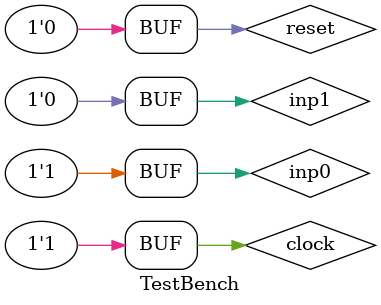
<source format=v>
`timescale 1ns / 1ps


module TestBench;

	// Inputs
	reg inp0;
	reg inp1;
	reg reset;

	// Outputs
	wire out;

	reg clock = 0;
	//reg A[2:0];
	// Instantiate the Unit Under Test (UUT)
	Lock uut (
		.inp0(inp0), 
		.inp1(inp1), 
		.clock(clock),
		.reset(reset), 
		.out(out)
	);

	always
		begin
			#10 clock = 0;
			#10 clock = 1;
		end
	initial begin
		// Initialize Inputs
		inp0 = 0;
		inp1 = 0;
		reset = 0;

		// Wait 100 ns for global reset to finish
		#100;
		#20
		inp0 = 1;
		inp1 = 0;
		#20
		inp0 = 0;
		inp1 = 1;
		#20
		inp0 = 0;
		inp1 = 1;
		#20
		inp0 = 1;
		inp1 = 0;
		#20
		inp0 = 1;
		inp1 = 0;
		#20
		inp0 = 0;
		inp1 = 1;
		#20
		inp0 = 0;
		inp1 = 0;
		#20
		inp0 = 1;
		inp1 = 0;
		#20
		inp0 = 1;
		inp1 = 0;
		#20
		inp0 = 0;
		inp1 = 1;
		#20
		inp0 = 0;
		inp1 = 1;
		#20
		inp0 = 1;
		inp1 = 0;
		#20
		inp0 = 0;
		inp1 = 0;
		#20
		inp0 = 1;
		inp1 = 0;
        
		// Add stimulus here

	end
      
endmodule


</source>
